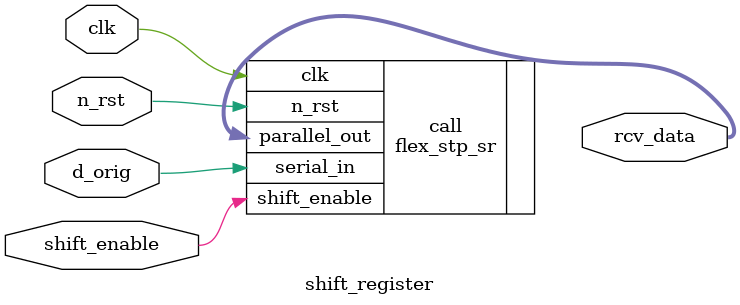
<source format=sv>

module shift_register(
		       input wire clk,
		       input wire n_rst,
		       input wire shift_enable,
		       input wire d_orig,
		       output wire [7:0] rcv_data
		      );

   flex_stp_sr #(8, 0) call(
		    .clk(clk),
		    .n_rst(n_rst),
		    .shift_enable(shift_enable),
		    .serial_in(d_orig),
		    .parallel_out(rcv_data)
			    );
   
endmodule // shift_register

</source>
